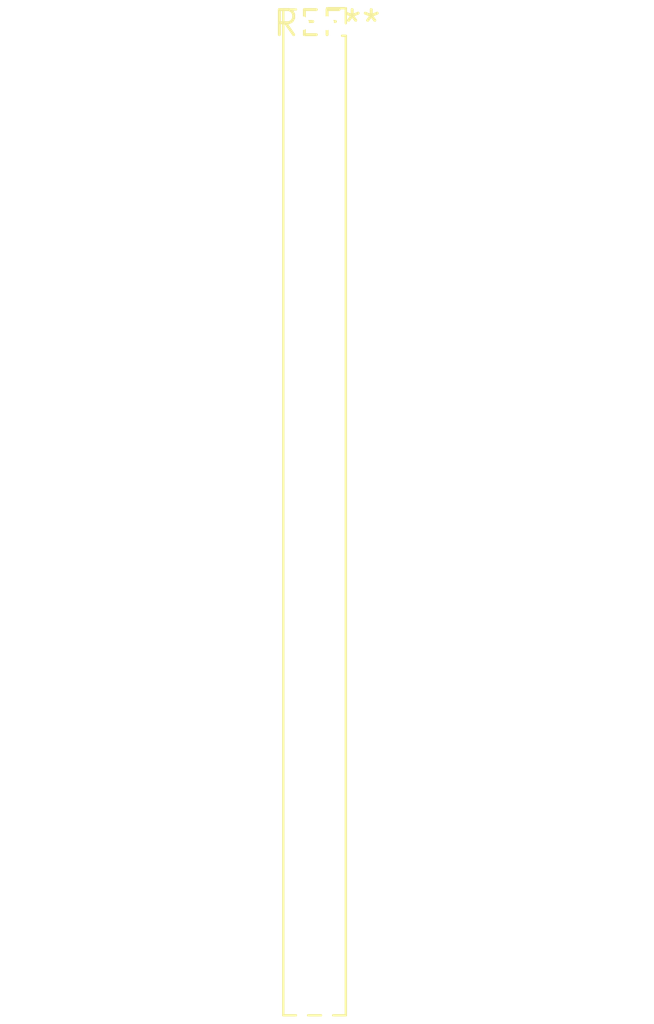
<source format=kicad_pcb>
(kicad_pcb (version 20240108) (generator pcbnew)
  (layers (0 "F.Cu" signal) (31 "B.Cu" signal) (34 "B.Paste" user) (35 "F.Paste" user) (36 "B.SilkS" user "B.Silkscreen") (37 "F.SilkS" user "F.Silkscreen") (38 "B.Mask" user) (39 "F.Mask" user) (44 "Edge.Cuts" user))
  (net 0 "")
  (footprint "PinSocket_2x40_P1.27mm_Vertical" (layer "F.Cu") (at 0 0)
    (property "Reference" "REF**")
    (property "Value" "PinSocket_2x40_P1.27mm_Vertical")
    (fp_line (start -2.22 -0.695) (end -2.22 50.225) (layer "F.SilkS") (stroke (width 0.12)))
    (fp_line (start -2.22 -0.695) (end -1.57753 -0.695) (layer "F.SilkS") (stroke (width 0.12)))
    (fp_line (start -2.22 50.225) (end -1.57753 50.225) (layer "F.SilkS") (stroke (width 0.12)))
    (fp_line (start -0.96247 -0.695) (end -0.76 -0.695) (layer "F.SilkS") (stroke (width 0.12)))
    (fp_line (start -0.96247 50.225) (end -0.30753 50.225) (layer "F.SilkS") (stroke (width 0.12)))
    (fp_line (start 0 -0.76) (end 0.95 -0.76) (layer "F.SilkS") (stroke (width 0.12)))
    (fp_line (start 0.30753 50.225) (end 0.95 50.225) (layer "F.SilkS") (stroke (width 0.12)))
    (fp_line (start 0.76 0.635) (end 0.95 0.635) (layer "F.SilkS") (stroke (width 0.12)))
    (fp_line (start 0.95 -0.76) (end 0.95 0) (layer "F.SilkS") (stroke (width 0.12)))
    (fp_line (start 0.95 0.635) (end 0.95 50.225) (layer "F.SilkS") (stroke (width 0.12)))
    (pad "1" thru_hole rect (at 0 0) (size 1 1) (drill 0.7) (layers *.Cu *.Mask) (remove_unused_layers))
    (pad "2" thru_hole oval (at -1.27 0) (size 1 1) (drill 0.7) (layers *.Cu *.Mask) (remove_unused_layers))
    (pad "3" thru_hole oval (at 0 1.27) (size 1 1) (drill 0.7) (layers *.Cu *.Mask) (remove_unused_layers))
    (pad "4" thru_hole oval (at -1.27 1.27) (size 1 1) (drill 0.7) (layers *.Cu *.Mask) (remove_unused_layers))
    (pad "5" thru_hole oval (at 0 2.54) (size 1 1) (drill 0.7) (layers *.Cu *.Mask) (remove_unused_layers))
    (pad "6" thru_hole oval (at -1.27 2.54) (size 1 1) (drill 0.7) (layers *.Cu *.Mask) (remove_unused_layers))
    (pad "7" thru_hole oval (at 0 3.81) (size 1 1) (drill 0.7) (layers *.Cu *.Mask) (remove_unused_layers))
    (pad "8" thru_hole oval (at -1.27 3.81) (size 1 1) (drill 0.7) (layers *.Cu *.Mask) (remove_unused_layers))
    (pad "9" thru_hole oval (at 0 5.08) (size 1 1) (drill 0.7) (layers *.Cu *.Mask) (remove_unused_layers))
    (pad "10" thru_hole oval (at -1.27 5.08) (size 1 1) (drill 0.7) (layers *.Cu *.Mask) (remove_unused_layers))
    (pad "11" thru_hole oval (at 0 6.35) (size 1 1) (drill 0.7) (layers *.Cu *.Mask) (remove_unused_layers))
    (pad "12" thru_hole oval (at -1.27 6.35) (size 1 1) (drill 0.7) (layers *.Cu *.Mask) (remove_unused_layers))
    (pad "13" thru_hole oval (at 0 7.62) (size 1 1) (drill 0.7) (layers *.Cu *.Mask) (remove_unused_layers))
    (pad "14" thru_hole oval (at -1.27 7.62) (size 1 1) (drill 0.7) (layers *.Cu *.Mask) (remove_unused_layers))
    (pad "15" thru_hole oval (at 0 8.89) (size 1 1) (drill 0.7) (layers *.Cu *.Mask) (remove_unused_layers))
    (pad "16" thru_hole oval (at -1.27 8.89) (size 1 1) (drill 0.7) (layers *.Cu *.Mask) (remove_unused_layers))
    (pad "17" thru_hole oval (at 0 10.16) (size 1 1) (drill 0.7) (layers *.Cu *.Mask) (remove_unused_layers))
    (pad "18" thru_hole oval (at -1.27 10.16) (size 1 1) (drill 0.7) (layers *.Cu *.Mask) (remove_unused_layers))
    (pad "19" thru_hole oval (at 0 11.43) (size 1 1) (drill 0.7) (layers *.Cu *.Mask) (remove_unused_layers))
    (pad "20" thru_hole oval (at -1.27 11.43) (size 1 1) (drill 0.7) (layers *.Cu *.Mask) (remove_unused_layers))
    (pad "21" thru_hole oval (at 0 12.7) (size 1 1) (drill 0.7) (layers *.Cu *.Mask) (remove_unused_layers))
    (pad "22" thru_hole oval (at -1.27 12.7) (size 1 1) (drill 0.7) (layers *.Cu *.Mask) (remove_unused_layers))
    (pad "23" thru_hole oval (at 0 13.97) (size 1 1) (drill 0.7) (layers *.Cu *.Mask) (remove_unused_layers))
    (pad "24" thru_hole oval (at -1.27 13.97) (size 1 1) (drill 0.7) (layers *.Cu *.Mask) (remove_unused_layers))
    (pad "25" thru_hole oval (at 0 15.24) (size 1 1) (drill 0.7) (layers *.Cu *.Mask) (remove_unused_layers))
    (pad "26" thru_hole oval (at -1.27 15.24) (size 1 1) (drill 0.7) (layers *.Cu *.Mask) (remove_unused_layers))
    (pad "27" thru_hole oval (at 0 16.51) (size 1 1) (drill 0.7) (layers *.Cu *.Mask) (remove_unused_layers))
    (pad "28" thru_hole oval (at -1.27 16.51) (size 1 1) (drill 0.7) (layers *.Cu *.Mask) (remove_unused_layers))
    (pad "29" thru_hole oval (at 0 17.78) (size 1 1) (drill 0.7) (layers *.Cu *.Mask) (remove_unused_layers))
    (pad "30" thru_hole oval (at -1.27 17.78) (size 1 1) (drill 0.7) (layers *.Cu *.Mask) (remove_unused_layers))
    (pad "31" thru_hole oval (at 0 19.05) (size 1 1) (drill 0.7) (layers *.Cu *.Mask) (remove_unused_layers))
    (pad "32" thru_hole oval (at -1.27 19.05) (size 1 1) (drill 0.7) (layers *.Cu *.Mask) (remove_unused_layers))
    (pad "33" thru_hole oval (at 0 20.32) (size 1 1) (drill 0.7) (layers *.Cu *.Mask) (remove_unused_layers))
    (pad "34" thru_hole oval (at -1.27 20.32) (size 1 1) (drill 0.7) (layers *.Cu *.Mask) (remove_unused_layers))
    (pad "35" thru_hole oval (at 0 21.59) (size 1 1) (drill 0.7) (layers *.Cu *.Mask) (remove_unused_layers))
    (pad "36" thru_hole oval (at -1.27 21.59) (size 1 1) (drill 0.7) (layers *.Cu *.Mask) (remove_unused_layers))
    (pad "37" thru_hole oval (at 0 22.86) (size 1 1) (drill 0.7) (layers *.Cu *.Mask) (remove_unused_layers))
    (pad "38" thru_hole oval (at -1.27 22.86) (size 1 1) (drill 0.7) (layers *.Cu *.Mask) (remove_unused_layers))
    (pad "39" thru_hole oval (at 0 24.13) (size 1 1) (drill 0.7) (layers *.Cu *.Mask) (remove_unused_layers))
    (pad "40" thru_hole oval (at -1.27 24.13) (size 1 1) (drill 0.7) (layers *.Cu *.Mask) (remove_unused_layers))
    (pad "41" thru_hole oval (at 0 25.4) (size 1 1) (drill 0.7) (layers *.Cu *.Mask) (remove_unused_layers))
    (pad "42" thru_hole oval (at -1.27 25.4) (size 1 1) (drill 0.7) (layers *.Cu *.Mask) (remove_unused_layers))
    (pad "43" thru_hole oval (at 0 26.67) (size 1 1) (drill 0.7) (layers *.Cu *.Mask) (remove_unused_layers))
    (pad "44" thru_hole oval (at -1.27 26.67) (size 1 1) (drill 0.7) (layers *.Cu *.Mask) (remove_unused_layers))
    (pad "45" thru_hole oval (at 0 27.94) (size 1 1) (drill 0.7) (layers *.Cu *.Mask) (remove_unused_layers))
    (pad "46" thru_hole oval (at -1.27 27.94) (size 1 1) (drill 0.7) (layers *.Cu *.Mask) (remove_unused_layers))
    (pad "47" thru_hole oval (at 0 29.21) (size 1 1) (drill 0.7) (layers *.Cu *.Mask) (remove_unused_layers))
    (pad "48" thru_hole oval (at -1.27 29.21) (size 1 1) (drill 0.7) (layers *.Cu *.Mask) (remove_unused_layers))
    (pad "49" thru_hole oval (at 0 30.48) (size 1 1) (drill 0.7) (layers *.Cu *.Mask) (remove_unused_layers))
    (pad "50" thru_hole oval (at -1.27 30.48) (size 1 1) (drill 0.7) (layers *.Cu *.Mask) (remove_unused_layers))
    (pad "51" thru_hole oval (at 0 31.75) (size 1 1) (drill 0.7) (layers *.Cu *.Mask) (remove_unused_layers))
    (pad "52" thru_hole oval (at -1.27 31.75) (size 1 1) (drill 0.7) (layers *.Cu *.Mask) (remove_unused_layers))
    (pad "53" thru_hole oval (at 0 33.02) (size 1 1) (drill 0.7) (layers *.Cu *.Mask) (remove_unused_layers))
    (pad "54" thru_hole oval (at -1.27 33.02) (size 1 1) (drill 0.7) (layers *.Cu *.Mask) (remove_unused_layers))
    (pad "55" thru_hole oval (at 0 34.29) (size 1 1) (drill 0.7) (layers *.Cu *.Mask) (remove_unused_layers))
    (pad "56" thru_hole oval (at -1.27 34.29) (size 1 1) (drill 0.7) (layers *.Cu *.Mask) (remove_unused_layers))
    (pad "57" thru_hole oval (at 0 35.56) (size 1 1) (drill 0.7) (layers *.Cu *.Mask) (remove_unused_layers))
    (pad "58" thru_hole oval (at -1.27 35.56) (size 1 1) (drill 0.7) (layers *.Cu *.Mask) (remove_unused_layers))
    (pad "59" thru_hole oval (at 0 36.83) (size 1 1) (drill 0.7) (layers *.Cu *.Mask) (remove_unused_layers))
    (pad "60" thru_hole oval (at -1.27 36.83) (size 1 1) (drill 0.7) (layers *.Cu *.Mask) (remove_unused_layers))
    (pad "61" thru_hole oval (at 0 38.1) (size 1 1) (drill 0.7) (layers *.Cu *.Mask) (remove_unused_layers))
    (pad "62" thru_hole oval (at -1.27 38.1) (size 1 1) (drill 0.7) (layers *.Cu *.Mask) (remove_unused_layers))
    (pad "63" thru_hole oval (at 0 39.37) (size 1 1) (drill 0.7) (layers *.Cu *.Mask) (remove_unused_layers))
    (pad "64" thru_hole oval (at -1.27 39.37) (size 1 1) (drill 0.7) (layers *.Cu *.Mask) (remove_unused_layers))
    (pad "65" thru_hole oval (at 0 40.64) (size 1 1) (drill 0.7) (layers *.Cu *.Mask) (remove_unused_layers))
    (pad "66" thru_hole oval (at -1.27 40.64) (size 1 1) (drill 0.7) (layers *.Cu *.Mask) (remove_unused_layers))
    (pad "67" thru_hole oval (at 0 41.91) (size 1 1) (drill 0.7) (layers *.Cu *.Mask) (remove_unused_layers))
    (pad "68" thru_hole oval (at -1.27 41.91) (size 1 1) (drill 0.7) (layers *.Cu *.Mask) (remove_unused_layers))
    (pad "69" thru_hole oval (at 0 43.18) (size 1 1) (drill 0.7) (layers *.Cu *.Mask) (remove_unused_layers))
    (pad "70" thru_hole oval (at -1.27 43.18) (size 1 1) (drill 0.7) (layers *.Cu *.Mask) (remove_unused_layers))
    (pad "71" thru_hole oval (at 0 44.45) (size 1 1) (drill 0.7) (layers *.Cu *.Mask) (remove_unused_layers))
    (pad "72" thru_hole oval (at -1.27 44.45) (size 1 1) (drill 0.7) (layers *.Cu *.Mask) (remove_unused_layers))
    (pad "73" thru_hole oval (at 0 45.72) (size 1 1) (drill 0.7) (layers *.Cu *.Mask) (remove_unused_layers))
    (pad "74" thru_hole oval (at -1.27 45.72) (size 1 1) (drill 0.7) (layers *.Cu *.Mask) (remove_unused_layers))
    (pad "75" thru_hole oval (at 0 46.99) (size 1 1) (drill 0.7) (layers *.Cu *.Mask) (remove_unused_layers))
    (pad "76" thru_hole oval (at -1.27 46.99) (size 1 1) (drill 0.7) (layers *.Cu *.Mask) (remove_unused_layers))
    (pad "77" thru_hole oval (at 0 48.26) (size 1 1) (drill 0.7) (layers *.Cu *.Mask) (remove_unused_layers))
    (pad "78" thru_hole oval (at -1.27 48.26) (size 1 1) (drill 0.7) (layers *.Cu *.Mask) (remove_unused_layers))
    (pad "79" thru_hole oval (at 0 49.53) (size 1 1) (drill 0.7) (layers *.Cu *.Mask) (remove_unused_layers))
    (pad "80" thru_hole oval (at -1.27 49.53) (size 1 1) (drill 0.7) (layers *.Cu *.Mask) (remove_unused_layers))
  )
)
</source>
